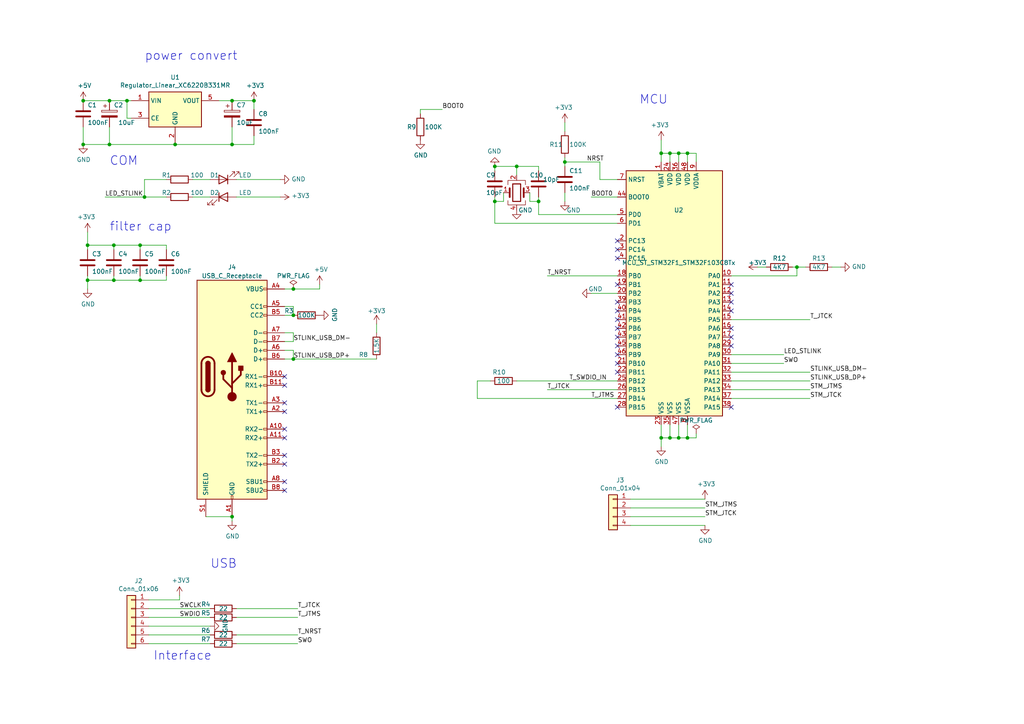
<source format=kicad_sch>
(kicad_sch (version 20230121) (generator eeschema)
  (paper "A4")
  (title_block (title "STLINK-FAKE") (date "2023-03-10") (rev "V1.0.1") (company "DIY") (comment 1 "author 1: zefengwang, email: wangzefeng9@foxmail.com") (comment 2 "author 2: duang"))
  (lib_symbols
    (symbol "Connector:USB_C_Receptacle" (pin_names (offset 1.016))
      (property "Reference" "J" (at -10.16 29.21 0))
      (property "Value" "USB_C_Receptacle" (at 10.16 29.21 0))
      (symbol "USB_C_Receptacle_0_0"
        (rectangle (start -0.254 -35.56) (end 0.254 -34.544))
        (rectangle (start 10.16 -32.766) (end 9.144 -33.274))
        (rectangle (start 10.16 -30.226) (end 9.144 -30.734))
        (rectangle (start 10.16 -25.146) (end 9.144 -25.654))
        (rectangle (start 10.16 -22.606) (end 9.144 -23.114))
        (rectangle (start 10.16 -17.526) (end 9.144 -18.034))
        (rectangle (start 10.16 -14.986) (end 9.144 -15.494))
        (rectangle (start 10.16 -9.906) (end 9.144 -10.414))
        (rectangle (start 10.16 -7.366) (end 9.144 -7.874))
        (rectangle (start 10.16 -2.286) (end 9.144 -2.794))
        (rectangle (start 10.16 0.254) (end 9.144 -0.254))
        (rectangle (start 10.16 5.334) (end 9.144 4.826))
        (rectangle (start 10.16 7.874) (end 9.144 7.366))
        (rectangle (start 10.16 10.414) (end 9.144 9.906))
        (rectangle (start 10.16 12.954) (end 9.144 12.446))
        (rectangle (start 10.16 18.034) (end 9.144 17.526))
        (rectangle (start 10.16 20.574) (end 9.144 20.066))
        (rectangle (start 10.16 25.654) (end 9.144 25.146))
      )
      (symbol "USB_C_Receptacle_0_1"
        (rectangle (start -10.16 27.94) (end 10.16 -35.56) (stroke (width 0.254)) (fill (type background)))
        (arc (start -8.89 -3.81) (mid -6.985 -5.7067) (end -5.08 -3.81) (stroke (width 0.508)))
        (arc (start -7.62 -3.81) (mid -6.985 -4.4423) (end -6.35 -3.81) (stroke (width 0.254)))
        (arc (start -7.62 -3.81) (mid -6.985 -4.4423) (end -6.35 -3.81) (stroke (width 0.254)) (fill (type outline)))
        (rectangle (start -7.62 -3.81) (end -6.35 3.81) (stroke (width 0.254)) (fill (type outline)))
        (arc (start -6.35 3.81) (mid -6.985 4.4423) (end -7.62 3.81) (stroke (width 0.254)))
        (arc (start -6.35 3.81) (mid -6.985 4.4423) (end -7.62 3.81) (stroke (width 0.254)) (fill (type outline)))
        (arc (start -5.08 3.81) (mid -6.985 5.7067) (end -8.89 3.81) (stroke (width 0.508)))
        (polyline (pts (xy -8.89 -3.81) (xy -8.89 3.81)) (stroke (width 0.508)))
        (polyline (pts (xy -5.08 3.81) (xy -5.08 -3.81)) (stroke (width 0.508)))
      )
      (symbol "USB_C_Receptacle_1_1"
        (circle (center -2.54 1.143) (radius 0.635) (stroke (width 0.254)) (fill (type outline)))
        (circle (center 0 -5.842) (radius 1.27) (fill (type outline)))
        (polyline (pts (xy 0 -5.842) (xy 0 4.318)) (stroke (width 0.508)))
        (polyline (pts (xy 0 -3.302) (xy -2.54 -0.762) (xy -2.54 0.508)) (stroke (width 0.508)))
        (polyline (pts (xy 0 -2.032) (xy 2.54 0.508) (xy 2.54 1.778)) (stroke (width 0.508)))
        (polyline (pts (xy -1.27 4.318) (xy 0 6.858) (xy 1.27 4.318) (xy -1.27 4.318)) (stroke (width 0.254)) (fill (type outline)))
        (rectangle (start 1.905 1.778) (end 3.175 3.048) (stroke (width 0.254)) (fill (type outline)))
        (pin passive line (at 0 -40.64 90) (length 5.08) (name "GND") (number "A1"))
        (pin bidirectional line (at 15.24 -15.24 180) (length 5.08) (name "RX2-") (number "A10"))
        (pin bidirectional line (at 15.24 -17.78 180) (length 5.08) (name "RX2+") (number "A11"))
        (pin passive line (at 0 -40.64 90) (length 5.08) hide (name "GND") (number "A12"))
        (pin bidirectional line (at 15.24 -10.16 180) (length 5.08) (name "TX1+") (number "A2"))
        (pin bidirectional line (at 15.24 -7.62 180) (length 5.08) (name "TX1-") (number "A3"))
        (pin passive line (at 15.24 25.4 180) (length 5.08) (name "VBUS") (number "A4"))
        (pin bidirectional line (at 15.24 20.32 180) (length 5.08) (name "CC1") (number "A5"))
        (pin bidirectional line (at 15.24 7.62 180) (length 5.08) (name "D+") (number "A6"))
        (pin bidirectional line (at 15.24 12.7 180) (length 5.08) (name "D-") (number "A7"))
        (pin bidirectional line (at 15.24 -30.48 180) (length 5.08) (name "SBU1") (number "A8"))
        (pin passive line (at 15.24 25.4 180) (length 5.08) hide (name "VBUS") (number "A9"))
        (pin passive line (at 0 -40.64 90) (length 5.08) hide (name "GND") (number "B1"))
        (pin bidirectional line (at 15.24 0 180) (length 5.08) (name "RX1-") (number "B10"))
        (pin bidirectional line (at 15.24 -2.54 180) (length 5.08) (name "RX1+") (number "B11"))
        (pin passive line (at 0 -40.64 90) (length 5.08) hide (name "GND") (number "B12"))
        (pin bidirectional line (at 15.24 -25.4 180) (length 5.08) (name "TX2+") (number "B2"))
        (pin bidirectional line (at 15.24 -22.86 180) (length 5.08) (name "TX2-") (number "B3"))
        (pin passive line (at 15.24 25.4 180) (length 5.08) hide (name "VBUS") (number "B4"))
        (pin bidirectional line (at 15.24 17.78 180) (length 5.08) (name "CC2") (number "B5"))
        (pin bidirectional line (at 15.24 5.08 180) (length 5.08) (name "D+") (number "B6"))
        (pin bidirectional line (at 15.24 10.16 180) (length 5.08) (name "D-") (number "B7"))
        (pin bidirectional line (at 15.24 -33.02 180) (length 5.08) (name "SBU2") (number "B8"))
        (pin passive line (at 15.24 25.4 180) (length 5.08) hide (name "VBUS") (number "B9"))
        (pin passive line (at -7.62 -40.64 90) (length 5.08) (name "SHIELD") (number "S1"))
      )
    )
    (symbol "Connector_Generic:Conn_01x04" (pin_names (offset 1.016) hide)
      (property "Reference" "J" (at 0 5.08 0))
      (property "Value" "Conn_01x04" (at 0 -7.62 0))
      (symbol "Conn_01x04_1_1"
        (rectangle (start -1.27 -4.953) (end 0 -5.207) (stroke (width 0.1524)))
        (rectangle (start -1.27 -2.413) (end 0 -2.667) (stroke (width 0.1524)))
        (rectangle (start -1.27 0.127) (end 0 -0.127) (stroke (width 0.1524)))
        (rectangle (start -1.27 2.667) (end 0 2.413) (stroke (width 0.1524)))
        (rectangle (start -1.27 3.81) (end 1.27 -6.35) (stroke (width 0.254)) (fill (type background)))
        (pin passive line (at -5.08 2.54 0) (length 3.81) (name "Pin_1") (number "1"))
        (pin passive line (at -5.08 0 0) (length 3.81) (name "Pin_2") (number "2"))
        (pin passive line (at -5.08 -2.54 0) (length 3.81) (name "Pin_3") (number "3"))
        (pin passive line (at -5.08 -5.08 0) (length 3.81) (name "Pin_4") (number "4"))
      )
    )
    (symbol "Connector_Generic:Conn_01x06" (pin_names (offset 1.016) hide)
      (property "Reference" "J" (at 0 7.62 0))
      (property "Value" "Conn_01x06" (at 0 -10.16 0))
      (symbol "Conn_01x06_1_1"
        (rectangle (start -1.27 -7.493) (end 0 -7.747) (stroke (width 0.1524)))
        (rectangle (start -1.27 -4.953) (end 0 -5.207) (stroke (width 0.1524)))
        (rectangle (start -1.27 -2.413) (end 0 -2.667) (stroke (width 0.1524)))
        (rectangle (start -1.27 0.127) (end 0 -0.127) (stroke (width 0.1524)))
        (rectangle (start -1.27 2.667) (end 0 2.413) (stroke (width 0.1524)))
        (rectangle (start -1.27 5.207) (end 0 4.953) (stroke (width 0.1524)))
        (rectangle (start -1.27 6.35) (end 1.27 -8.89) (stroke (width 0.254)) (fill (type background)))
        (pin passive line (at -5.08 5.08 0) (length 3.81) (name "Pin_1") (number "1"))
        (pin passive line (at -5.08 2.54 0) (length 3.81) (name "Pin_2") (number "2"))
        (pin passive line (at -5.08 0 0) (length 3.81) (name "Pin_3") (number "3"))
        (pin passive line (at -5.08 -2.54 0) (length 3.81) (name "Pin_4") (number "4"))
        (pin passive line (at -5.08 -5.08 0) (length 3.81) (name "Pin_5") (number "5"))
        (pin passive line (at -5.08 -7.62 0) (length 3.81) (name "Pin_6") (number "6"))
      )
    )
    (symbol "Device:C" (pin_numbers hide) (pin_names (offset 0.254))
      (property "Reference" "C" (at 0.635 2.54 0))
      (property "Value" "C" (at 0.635 -2.54 0))
      (symbol "C_0_1"
        (polyline (pts (xy -2.032 -0.762) (xy 2.032 -0.762)) (stroke (width 0.508)))
        (polyline (pts (xy -2.032 0.762) (xy 2.032 0.762)) (stroke (width 0.508)))
      )
      (symbol "C_1_1"
        (pin passive line (at 0 3.81 270) (length 2.794) (name "~") (number "1"))
        (pin passive line (at 0 -3.81 90) (length 2.794) (name "~") (number "2"))
      )
    )
    (symbol "Device:Crystal_GND24" (pin_names (offset 1.016) hide)
      (property "Reference" "Y" (at 3.175 5.08 0))
      (property "Value" "Crystal_GND24" (at 3.175 3.175 0))
      (symbol "Crystal_GND24_0_1"
        (rectangle (start -1.143 2.54) (end 1.143 -2.54) (stroke (width 0.3048)))
        (polyline (pts (xy -2.54 0) (xy -2.032 0)))
        (polyline (pts (xy -2.032 -1.27) (xy -2.032 1.27)) (stroke (width 0.508)))
        (polyline (pts (xy 0 -3.81) (xy 0 -3.556)))
        (polyline (pts (xy 0 3.556) (xy 0 3.81)))
        (polyline (pts (xy 2.032 -1.27) (xy 2.032 1.27)) (stroke (width 0.508)))
        (polyline (pts (xy 2.032 0) (xy 2.54 0)))
        (polyline (pts (xy -2.54 -2.286) (xy -2.54 -3.556) (xy 2.54 -3.556) (xy 2.54 -2.286)))
        (polyline (pts (xy -2.54 2.286) (xy -2.54 3.556) (xy 2.54 3.556) (xy 2.54 2.286)))
      )
      (symbol "Crystal_GND24_1_1"
        (pin passive line (at -3.81 0 0) (length 1.27) (name "1") (number "1"))
        (pin passive line (at 0 5.08 270) (length 1.27) (name "2") (number "2"))
        (pin passive line (at 3.81 0 180) (length 1.27) (name "3") (number "3"))
        (pin passive line (at 0 -5.08 90) (length 1.27) (name "4") (number "4"))
      )
    )
    (symbol "Device:LED" (pin_numbers hide) (pin_names (offset 1.016) hide)
      (property "Reference" "D" (at 0 2.54 0))
      (property "Value" "LED" (at 0 -2.54 0))
      (symbol "LED_0_1"
        (polyline (pts (xy -1.27 -1.27) (xy -1.27 1.27)) (stroke (width 0.254)))
        (polyline (pts (xy -1.27 0) (xy 1.27 0)))
        (polyline (pts (xy 1.27 -1.27) (xy 1.27 1.27) (xy -1.27 0) (xy 1.27 -1.27)) (stroke (width 0.254)))
        (polyline (pts (xy -3.048 -0.762) (xy -4.572 -2.286) (xy -3.81 -2.286) (xy -4.572 -2.286) (xy -4.572 -1.524)))
        (polyline (pts (xy -1.778 -0.762) (xy -3.302 -2.286) (xy -2.54 -2.286) (xy -3.302 -2.286) (xy -3.302 -1.524)))
      )
      (symbol "LED_1_1"
        (pin passive line (at -3.81 0 0) (length 2.54) (name "K") (number "1"))
        (pin passive line (at 3.81 0 180) (length 2.54) (name "A") (number "2"))
      )
    )
    (symbol "Device:R" (pin_numbers hide) (pin_names (offset 0))
      (property "Reference" "R" (at 2.032 0 90))
      (property "Value" "R" (at 0 0 90))
      (symbol "R_0_1"
        (rectangle (start -1.016 -2.54) (end 1.016 2.54) (stroke (width 0.254)))
      )
      (symbol "R_1_1"
        (pin passive line (at 0 3.81 270) (length 1.27) (name "~") (number "1"))
        (pin passive line (at 0 -3.81 90) (length 1.27) (name "~") (number "2"))
      )
    )
    (symbol "demo-rescue:CP-Device" (pin_numbers hide) (pin_names (offset 0.254))
      (property "Reference" "C" (at 0.635 2.54 0))
      (property "Value" "Device_CP" (at 0.635 -2.54 0))
      (symbol "CP-Device_0_1"
        (rectangle (start -2.286 0.508) (end 2.286 1.016))
        (polyline (pts (xy -1.778 2.286) (xy -0.762 2.286)))
        (polyline (pts (xy -1.27 2.794) (xy -1.27 1.778)))
        (rectangle (start 2.286 -0.508) (end -2.286 -1.016) (fill (type outline)))
      )
      (symbol "CP-Device_1_1"
        (pin passive line (at 0 3.81 270) (length 2.794) (name "~") (number "1"))
        (pin passive line (at 0 -3.81 90) (length 2.794) (name "~") (number "2"))
      )
    )
    (symbol "demo-rescue:STM32F103C8Tx-MCU_ST_STM32F1"
      (property "Reference" "U" (at -15.24 36.83 0))
      (property "Value" "MCU_ST_STM32F1_STM32F103C8Tx" (at 7.62 36.83 0))
      (symbol "STM32F103C8Tx-MCU_ST_STM32F1_0_1"
        (rectangle (start -15.24 -35.56) (end 12.7 35.56) (stroke (width 0.254)) (fill (type background)))
      )
      (symbol "STM32F103C8Tx-MCU_ST_STM32F1_1_1"
        (pin power_in line (at -5.08 38.1 270) (length 2.54) (name "VBAT") (number "1"))
        (pin bidirectional line (at 15.24 5.08 180) (length 2.54) (name "PA0") (number "10"))
        (pin bidirectional line (at 15.24 2.54 180) (length 2.54) (name "PA1") (number "11"))
        (pin bidirectional line (at 15.24 0 180) (length 2.54) (name "PA2") (number "12"))
        (pin bidirectional line (at 15.24 -2.54 180) (length 2.54) (name "PA3") (number "13"))
        (pin bidirectional line (at 15.24 -5.08 180) (length 2.54) (name "PA4") (number "14"))
        (pin bidirectional line (at 15.24 -7.62 180) (length 2.54) (name "PA5") (number "15"))
        (pin bidirectional line (at 15.24 -10.16 180) (length 2.54) (name "PA6") (number "16"))
        (pin bidirectional line (at 15.24 -12.7 180) (length 2.54) (name "PA7") (number "17"))
        (pin bidirectional line (at -17.78 5.08 0) (length 2.54) (name "PB0") (number "18"))
        (pin bidirectional line (at -17.78 2.54 0) (length 2.54) (name "PB1") (number "19"))
        (pin bidirectional line (at -17.78 15.24 0) (length 2.54) (name "PC13") (number "2"))
        (pin bidirectional line (at -17.78 0 0) (length 2.54) (name "PB2") (number "20"))
        (pin bidirectional line (at -17.78 -20.32 0) (length 2.54) (name "PB10") (number "21"))
        (pin bidirectional line (at -17.78 -22.86 0) (length 2.54) (name "PB11") (number "22"))
        (pin power_in line (at -5.08 -38.1 90) (length 2.54) (name "VSS") (number "23"))
        (pin power_in line (at -2.54 38.1 270) (length 2.54) (name "VDD") (number "24"))
        (pin bidirectional line (at -17.78 -25.4 0) (length 2.54) (name "PB12") (number "25"))
        (pin bidirectional line (at -17.78 -27.94 0) (length 2.54) (name "PB13") (number "26"))
        (pin bidirectional line (at -17.78 -30.48 0) (length 2.54) (name "PB14") (number "27"))
        (pin bidirectional line (at -17.78 -33.02 0) (length 2.54) (name "PB15") (number "28"))
        (pin bidirectional line (at 15.24 -15.24 180) (length 2.54) (name "PA8") (number "29"))
        (pin bidirectional line (at -17.78 12.7 0) (length 2.54) (name "PC14") (number "3"))
        (pin bidirectional line (at 15.24 -17.78 180) (length 2.54) (name "PA9") (number "30"))
        (pin bidirectional line (at 15.24 -20.32 180) (length 2.54) (name "PA10") (number "31"))
        (pin bidirectional line (at 15.24 -22.86 180) (length 2.54) (name "PA11") (number "32"))
        (pin bidirectional line (at 15.24 -25.4 180) (length 2.54) (name "PA12") (number "33"))
        (pin bidirectional line (at 15.24 -27.94 180) (length 2.54) (name "PA13") (number "34"))
        (pin power_in line (at -2.54 -38.1 90) (length 2.54) (name "VSS") (number "35"))
        (pin power_in line (at 0 38.1 270) (length 2.54) (name "VDD") (number "36"))
        (pin bidirectional line (at 15.24 -30.48 180) (length 2.54) (name "PA14") (number "37"))
        (pin bidirectional line (at 15.24 -33.02 180) (length 2.54) (name "PA15") (number "38"))
        (pin bidirectional line (at -17.78 -2.54 0) (length 2.54) (name "PB3") (number "39"))
        (pin bidirectional line (at -17.78 10.16 0) (length 2.54) (name "PC15") (number "4"))
        (pin bidirectional line (at -17.78 -5.08 0) (length 2.54) (name "PB4") (number "40"))
        (pin bidirectional line (at -17.78 -7.62 0) (length 2.54) (name "PB5") (number "41"))
        (pin bidirectional line (at -17.78 -10.16 0) (length 2.54) (name "PB6") (number "42"))
        (pin bidirectional line (at -17.78 -12.7 0) (length 2.54) (name "PB7") (number "43"))
        (pin input line (at -17.78 27.94 0) (length 2.54) (name "BOOT0") (number "44"))
        (pin bidirectional line (at -17.78 -15.24 0) (length 2.54) (name "PB8") (number "45"))
        (pin bidirectional line (at -17.78 -17.78 0) (length 2.54) (name "PB9") (number "46"))
        (pin power_in line (at 0 -38.1 90) (length 2.54) (name "VSS") (number "47"))
        (pin power_in line (at 2.54 38.1 270) (length 2.54) (name "VDD") (number "48"))
        (pin input line (at -17.78 22.86 0) (length 2.54) (name "PD0") (number "5"))
        (pin input line (at -17.78 20.32 0) (length 2.54) (name "PD1") (number "6"))
        (pin input line (at -17.78 33.02 0) (length 2.54) (name "NRST") (number "7"))
        (pin power_in line (at 2.54 -38.1 90) (length 2.54) (name "VSSA") (number "8"))
        (pin power_in line (at 5.08 38.1 270) (length 2.54) (name "VDDA") (number "9"))
      )
    )
    (symbol "demo-rescue:XC6220B331MR-Regulator_Linear"
      (property "Reference" "U" (at 0 8.89 0))
      (property "Value" "Regulator_Linear_XC6220B331MR" (at 0 6.35 0))
      (symbol "XC6220B331MR-Regulator_Linear_0_1"
        (rectangle (start -7.62 5.08) (end 7.62 -5.08) (stroke (width 0.254)) (fill (type background)))
      )
      (symbol "XC6220B331MR-Regulator_Linear_1_1"
        (pin power_in line (at -12.7 2.54 0) (length 5.08) (name "VIN") (number "1"))
        (pin power_in line (at 0 -10.16 90) (length 5.08) (name "GND") (number "2"))
        (pin input line (at -12.7 -2.54 0) (length 5.08) (name "CE") (number "3"))
        (pin no_connect line (at 12.7 -2.54 180) (length 5.08) hide (name "NC") (number "4"))
        (pin power_out line (at 12.7 2.54 180) (length 5.08) (name "VOUT") (number "5"))
      )
    )
    (symbol "power:+3V3" (power) (pin_names (offset 0))
      (property "Value" "+3V3" (at 0 3.556 0))
      (symbol "+3V3_0_1"
        (polyline (pts (xy -0.762 1.27) (xy 0 2.54)))
        (polyline (pts (xy 0 0) (xy 0 2.54)))
        (polyline (pts (xy 0 2.54) (xy 0.762 1.27)))
      )
      (symbol "+3V3_1_1"
        (pin power_in line (at 0 0 90) (length 0) hide (name "+3V3") (number "1"))
      )
    )
    (symbol "power:+5V" (power) (pin_names (offset 0))
      (property "Value" "+5V" (at 0 3.556 0))
      (symbol "+5V_0_1"
        (polyline (pts (xy -0.762 1.27) (xy 0 2.54)))
        (polyline (pts (xy 0 0) (xy 0 2.54)))
        (polyline (pts (xy 0 2.54) (xy 0.762 1.27)))
      )
      (symbol "+5V_1_1"
        (pin power_in line (at 0 0 90) (length 0) hide (name "+5V") (number "1"))
      )
    )
    (symbol "power:GND" (power) (pin_names (offset 0))
      (property "Value" "GND" (at 0 -3.81 0))
      (symbol "GND_0_1"
        (polyline (pts (xy 0 0) (xy 0 -1.27) (xy 1.27 -1.27) (xy 0 -2.54) (xy -1.27 -1.27) (xy 0 -1.27)))
      )
      (symbol "GND_1_1"
        (pin power_in line (at 0 0 270) (length 0) hide (name "GND") (number "1"))
      )
    )
    (symbol "power:PWR_FLAG" (power) (pin_numbers hide) (pin_names (offset 0) hide)
      (property "Value" "PWR_FLAG" (at 0 3.81 0))
      (symbol "PWR_FLAG_0_0"
        (pin power_out line (at 0 0 90) (length 0) (name "pwr") (number "1"))
      )
      (symbol "PWR_FLAG_0_1"
        (polyline (pts (xy 0 0) (xy 0 1.27) (xy -1.016 1.905) (xy 0 2.54) (xy 1.016 1.905) (xy 0 1.27)))
      )
    )
  )
  (junction (at 31.75 41.91))
  (junction (at 24.13 41.91))
  (junction (at 33.02 71.12))
  (junction (at 156.21 58.42))
  (junction (at 143.51 58.42))
  (junction (at 50.8 41.91))
  (junction (at 199.39 44.45))
  (junction (at 85.09 104.14))
  (junction (at 85.09 91.44))
  (junction (at 149.86 48.26))
  (junction (at 40.64 81.28))
  (junction (at 67.31 29.21))
  (junction (at 67.31 149.86))
  (junction (at 191.77 127))
  (junction (at 40.64 71.12))
  (junction (at 25.4 81.28))
  (junction (at 24.13 29.21))
  (junction (at 194.31 127))
  (junction (at 143.51 48.26))
  (junction (at 231.14 77.47))
  (junction (at 31.75 29.21))
  (junction (at 41.91 57.15))
  (junction (at 67.31 41.91))
  (junction (at 199.39 127))
  (junction (at 163.83 46.99))
  (junction (at 33.02 81.28))
  (junction (at 85.09 83.82))
  (junction (at 196.85 127))
  (junction (at 73.66 29.21))
  (junction (at 25.4 71.12))
  (junction (at 196.85 44.45))
  (junction (at 36.83 29.21))
  (junction (at 191.77 44.45))
  (junction (at 194.31 44.45))
  (no_connect (at 179.07 100.33))
  (no_connect (at 179.07 82.55))
  (no_connect (at 179.07 107.95))
  (no_connect (at 82.55 116.84))
  (no_connect (at 179.07 72.39))
  (no_connect (at 82.55 109.22))
  (no_connect (at 179.07 87.63))
  (no_connect (at 179.07 74.93))
  (no_connect (at 212.09 90.17))
  (no_connect (at 82.55 111.76))
  (no_connect (at 212.09 95.25))
  (no_connect (at 179.07 95.25))
  (no_connect (at 82.55 124.46))
  (no_connect (at 82.55 132.08))
  (no_connect (at 212.09 85.09))
  (no_connect (at 179.07 118.11))
  (no_connect (at 179.07 90.17))
  (no_connect (at 212.09 82.55))
  (no_connect (at 212.09 87.63))
  (no_connect (at 82.55 139.7))
  (no_connect (at 82.55 134.62))
  (no_connect (at 82.55 142.24))
  (no_connect (at 179.07 92.71))
  (no_connect (at 212.09 118.11))
  (no_connect (at 212.09 97.79))
  (no_connect (at 179.07 105.41))
  (no_connect (at 82.55 119.38))
  (no_connect (at 179.07 97.79))
  (no_connect (at 82.55 127))
  (no_connect (at 212.09 100.33))
  (no_connect (at 179.07 102.87))
  (no_connect (at 179.07 69.85))
  (wire (pts (xy 43.18 176.53) (xy 60.96 176.53)))
  (wire (pts (xy 179.07 80.01) (xy 158.75 80.01)))
  (wire (pts (xy 212.09 105.41) (xy 227.33 105.41)))
  (wire (pts (xy 40.64 72.39) (xy 40.64 71.12)))
  (wire (pts (xy 36.83 34.29) (xy 36.83 29.21)))
  (wire (pts (xy 41.91 57.15) (xy 30.48 57.15)))
  (wire (pts (xy 163.83 55.88) (xy 163.83 58.42)))
  (wire (pts (xy 179.07 62.23) (xy 156.21 62.23)))
  (wire (pts (xy 163.83 38.1) (xy 163.83 35.56)))
  (wire (pts (xy 191.77 127) (xy 194.31 127)))
  (wire (pts (xy 31.75 41.91) (xy 50.8 41.91)))
  (wire (pts (xy 146.05 55.88) (xy 146.05 58.42)))
  (wire (pts (xy 149.86 110.49) (xy 179.07 110.49)))
  (wire (pts (xy 86.36 176.53) (xy 68.58 176.53)))
  (wire (pts (xy 156.21 49.53) (xy 156.21 48.26)))
  (wire (pts (xy 68.58 57.15) (xy 81.28 57.15)))
  (wire (pts (xy 67.31 149.86) (xy 67.31 151.13)))
  (wire (pts (xy 196.85 46.99) (xy 196.85 44.45)))
  (wire (pts (xy 48.26 81.28) (xy 48.26 80.01)))
  (wire (pts (xy 138.43 115.57) (xy 138.43 110.49)))
  (wire (pts (xy 191.77 46.99) (xy 191.77 44.45)))
  (wire (pts (xy 182.88 149.86) (xy 204.47 149.86)))
  (wire (pts (xy 199.39 127) (xy 199.39 123.19)))
  (wire (pts (xy 146.05 58.42) (xy 143.51 58.42)))
  (wire (pts (xy 33.02 71.12) (xy 25.4 71.12)))
  (wire (pts (xy 25.4 80.01) (xy 25.4 81.28)))
  (wire (pts (xy 173.99 46.99) (xy 163.83 46.99)))
  (wire (pts (xy 241.3 77.47) (xy 243.84 77.47)))
  (wire (pts (xy 182.88 147.32) (xy 204.47 147.32)))
  (wire (pts (xy 43.18 181.61) (xy 60.96 181.61)))
  (wire (pts (xy 199.39 46.99) (xy 199.39 44.45)))
  (wire (pts (xy 201.93 44.45) (xy 201.93 46.99)))
  (wire (pts (xy 55.88 57.15) (xy 60.96 57.15)))
  (wire (pts (xy 68.58 179.07) (xy 86.36 179.07)))
  (wire (pts (xy 121.92 31.75) (xy 128.27 31.75)))
  (wire (pts (xy 25.4 81.28) (xy 33.02 81.28)))
  (wire (pts (xy 201.93 125.73) (xy 201.93 127)))
  (wire (pts (xy 163.83 45.72) (xy 163.83 46.99)))
  (wire (pts (xy 92.71 83.82) (xy 92.71 82.55)))
  (wire (pts (xy 86.36 186.69) (xy 68.58 186.69)))
  (wire (pts (xy 149.86 48.26) (xy 149.86 50.8)))
  (wire (pts (xy 52.07 172.72) (xy 52.07 173.99)))
  (wire (pts (xy 67.31 36.83) (xy 67.31 41.91)))
  (wire (pts (xy 43.18 184.15) (xy 60.96 184.15)))
  (wire (pts (xy 38.1 34.29) (xy 36.83 34.29)))
  (wire (pts (xy 212.09 107.95) (xy 234.95 107.95)))
  (wire (pts (xy 82.55 83.82) (xy 85.09 83.82)))
  (wire (pts (xy 82.55 101.6) (xy 85.09 101.6)))
  (wire (pts (xy 40.64 80.01) (xy 40.64 81.28)))
  (wire (pts (xy 43.18 179.07) (xy 60.96 179.07)))
  (wire (pts (xy 40.64 71.12) (xy 48.26 71.12)))
  (wire (pts (xy 25.4 81.28) (xy 25.4 83.82)))
  (wire (pts (xy 194.31 46.99) (xy 194.31 44.45)))
  (wire (pts (xy 73.66 41.91) (xy 67.31 41.91)))
  (wire (pts (xy 156.21 57.15) (xy 156.21 58.42)))
  (wire (pts (xy 222.25 77.47) (xy 219.71 77.47)))
  (wire (pts (xy 25.4 71.12) (xy 25.4 72.39)))
  (wire (pts (xy 156.21 48.26) (xy 149.86 48.26)))
  (wire (pts (xy 143.51 57.15) (xy 143.51 58.42)))
  (wire (pts (xy 173.99 52.07) (xy 173.99 46.99)))
  (wire (pts (xy 25.4 67.31) (xy 25.4 71.12)))
  (wire (pts (xy 67.31 29.21) (xy 73.66 29.21)))
  (wire (pts (xy 179.07 64.77) (xy 143.51 64.77)))
  (wire (pts (xy 109.22 93.98) (xy 109.22 96.52)))
  (wire (pts (xy 31.75 29.21) (xy 36.83 29.21)))
  (wire (pts (xy 63.5 29.21) (xy 67.31 29.21)))
  (wire (pts (xy 191.77 44.45) (xy 191.77 40.64)))
  (wire (pts (xy 73.66 31.75) (xy 73.66 29.21)))
  (wire (pts (xy 194.31 44.45) (xy 196.85 44.45)))
  (wire (pts (xy 52.07 173.99) (xy 43.18 173.99)))
  (wire (pts (xy 182.88 144.78) (xy 204.47 144.78)))
  (wire (pts (xy 36.83 29.21) (xy 38.1 29.21)))
  (wire (pts (xy 179.07 85.09) (xy 171.45 85.09)))
  (wire (pts (xy 179.07 52.07) (xy 173.99 52.07)))
  (wire (pts (xy 33.02 71.12) (xy 40.64 71.12)))
  (wire (pts (xy 179.07 115.57) (xy 138.43 115.57)))
  (wire (pts (xy 40.64 81.28) (xy 48.26 81.28)))
  (wire (pts (xy 33.02 81.28) (xy 40.64 81.28)))
  (wire (pts (xy 212.09 80.01) (xy 231.14 80.01)))
  (wire (pts (xy 31.75 36.83) (xy 31.75 41.91)))
  (wire (pts (xy 85.09 88.9) (xy 85.09 91.44)))
  (wire (pts (xy 194.31 127) (xy 196.85 127)))
  (wire (pts (xy 153.67 55.88) (xy 153.67 58.42)))
  (wire (pts (xy 85.09 91.44) (xy 82.55 91.44)))
  (wire (pts (xy 153.67 58.42) (xy 156.21 58.42)))
  (wire (pts (xy 156.21 58.42) (xy 156.21 62.23)))
  (wire (pts (xy 199.39 127) (xy 201.93 127)))
  (wire (pts (xy 41.91 52.07) (xy 41.91 57.15)))
  (wire (pts (xy 196.85 44.45) (xy 199.39 44.45)))
  (wire (pts (xy 85.09 96.52) (xy 85.09 99.06)))
  (wire (pts (xy 212.09 110.49) (xy 234.95 110.49)))
  (wire (pts (xy 59.69 149.86) (xy 67.31 149.86)))
  (wire (pts (xy 191.77 44.45) (xy 194.31 44.45)))
  (wire (pts (xy 179.07 57.15) (xy 171.45 57.15)))
  (wire (pts (xy 68.58 184.15) (xy 86.36 184.15)))
  (wire (pts (xy 68.58 52.07) (xy 81.28 52.07)))
  (wire (pts (xy 33.02 72.39) (xy 33.02 71.12)))
  (wire (pts (xy 48.26 52.07) (xy 41.91 52.07)))
  (wire (pts (xy 231.14 80.01) (xy 231.14 77.47)))
  (wire (pts (xy 229.87 77.47) (xy 231.14 77.47)))
  (wire (pts (xy 138.43 110.49) (xy 142.24 110.49)))
  (wire (pts (xy 85.09 99.06) (xy 82.55 99.06)))
  (wire (pts (xy 191.77 123.19) (xy 191.77 127)))
  (wire (pts (xy 43.18 186.69) (xy 60.96 186.69)))
  (wire (pts (xy 199.39 44.45) (xy 201.93 44.45)))
  (wire (pts (xy 33.02 80.01) (xy 33.02 81.28)))
  (wire (pts (xy 212.09 92.71) (xy 234.95 92.71)))
  (wire (pts (xy 231.14 77.47) (xy 233.68 77.47)))
  (wire (pts (xy 82.55 88.9) (xy 85.09 88.9)))
  (wire (pts (xy 212.09 102.87) (xy 227.33 102.87)))
  (wire (pts (xy 143.51 48.26) (xy 143.51 49.53)))
  (wire (pts (xy 73.66 39.37) (xy 73.66 41.91)))
  (wire (pts (xy 48.26 72.39) (xy 48.26 71.12)))
  (wire (pts (xy 143.51 58.42) (xy 143.51 64.77)))
  (wire (pts (xy 196.85 127) (xy 199.39 127)))
  (wire (pts (xy 24.13 29.21) (xy 31.75 29.21)))
  (wire (pts (xy 85.09 83.82) (xy 92.71 83.82)))
  (wire (pts (xy 85.09 101.6) (xy 85.09 104.14)))
  (wire (pts (xy 212.09 115.57) (xy 234.95 115.57)))
  (wire (pts (xy 41.91 57.15) (xy 48.26 57.15)))
  (wire (pts (xy 212.09 113.03) (xy 234.95 113.03)))
  (wire (pts (xy 196.85 123.19) (xy 196.85 127)))
  (wire (pts (xy 55.88 52.07) (xy 60.96 52.07)))
  (wire (pts (xy 85.09 104.14) (xy 82.55 104.14)))
  (wire (pts (xy 194.31 123.19) (xy 194.31 127)))
  (wire (pts (xy 85.09 104.14) (xy 109.22 104.14)))
  (wire (pts (xy 149.86 48.26) (xy 143.51 48.26)))
  (wire (pts (xy 163.83 46.99) (xy 163.83 48.26)))
  (wire (pts (xy 24.13 41.91) (xy 31.75 41.91)))
  (wire (pts (xy 121.92 33.02) (xy 121.92 31.75)))
  (wire (pts (xy 182.88 152.4) (xy 204.47 152.4)))
  (wire (pts (xy 82.55 96.52) (xy 85.09 96.52)))
  (wire (pts (xy 179.07 113.03) (xy 158.75 113.03)))
  (wire (pts (xy 24.13 36.83) (xy 24.13 41.91)))
  (wire (pts (xy 191.77 127) (xy 191.77 129.54)))
  (wire (pts (xy 50.8 41.91) (xy 67.31 41.91)))
  (text "MCU" (at 185.42 30.48 0) (effects (font (size 2.54 2.54)) (justify left bottom)))
  (text "Interface" (at 44.45 191.77 0) (effects (font (size 2.54 2.54)) (justify left bottom)))
  (text "USB" (at 60.96 165.1 0) (effects (font (size 2.54 2.54)) (justify left bottom)))
  (text "filter cap\n" (at 31.75 67.31 0) (effects (font (size 2.54 2.54)) (justify left bottom)))
  (text "power convert" (at 41.91 17.78 0) (effects (font (size 2.54 2.54)) (justify left bottom)))
  (text "COM\n" (at 31.75 48.26 0) (effects (font (size 2.54 2.54)) (justify left bottom)))
  (label "T_JTMS" (at 86.36 179.07 0))
  (label "T_NRST" (at 86.36 184.15 0))
  (label "T_JTCK" (at 234.95 92.71 0))
  (label "STLINK_USB_DM-" (at 85.09 99.06 0))
  (label "SWDIO" (at 52.07 179.07 0))
  (label "BOOT0" (at 171.45 57.15 0))
  (label "STM_JTMS" (at 234.95 113.03 0))
  (label "STM_JTCK" (at 234.95 115.57 0))
  (label "NRST" (at 170.18 46.99 0))
  (label "STM_JTMS" (at 204.47 147.32 0))
  (label "T_JTCK" (at 86.36 176.53 0))
  (label "STLINK_USB_DM-" (at 234.95 107.95 0))
  (label "T_NRST" (at 158.75 80.01 0))
  (label "SWO" (at 86.36 186.69 0))
  (label "SWO" (at 227.33 105.41 0))
  (label "STLINK_USB_DP+" (at 234.95 110.49 0))
  (label "STM_JTCK" (at 204.47 149.86 0))
  (label "LED_STLINK" (at 227.33 102.87 0))
  (label "STLINK_USB_DP+" (at 85.09 104.14 0))
  (label "LED_STLINK" (at 30.48 57.15 0))
  (label "T_JTMS" (at 171.45 115.57 0))
  (label "T_JTCK" (at 158.75 113.03 0))
  (label "T_SWDIO_IN" (at 165.1 110.49 0))
  (label "BOOT0" (at 128.27 31.75 0))
  (label "SWCLK" (at 52.07 176.53 0))
  (symbol (lib_id "demo-rescue:STM32F103C8Tx-MCU_ST_STM32F1") (at 196.85 85.09 0) (unit 1)
    (property "Reference" "U2" (at 196.85 60.96 0))
    (property "Value" "MCU_ST_STM32F1_STM32F103C8Tx" (at 196.85 76.2 0))
    (property "Footprint" "Package_QFP:LQFP-48_7x7mm_P0.5mm" (effects hide))
    (property "Datasheet" "http://www.st.com/st-web-ui/static/active/en/resource/technical/document/datasheet/CD00161566.pdf" (effects hide))
  )
  (symbol (lib_id "Device:LED") (at 64.77 52.07 180) (unit 1)
    (property "Reference" "D1" (at 62.23 50.8 0))
    (property "Value" "LED" (at 71.12 50.8 0))
    (property "Footprint" "LED_SMD:LED_0402_1005Metric" (effects hide))
  )
  (symbol (lib_id "Device:LED") (at 64.77 57.15 0) (unit 1)
    (property "Reference" "D2" (at 62.23 55.88 0))
    (property "Value" "LED" (at 71.12 55.88 0))
    (property "Footprint" "LED_SMD:LED_0402_1005Metric" (effects hide))
  )
  (symbol (lib_id "power:+3V3") (at 81.28 57.15 270) (mirror x) (unit 1)
    (property "Reference" "#PWR012" (effects hide))
    (property "Value" "+3V3" (at 84.5312 56.769 90) (effects (justify left)))
  )
  (symbol (lib_id "power:GND") (at 81.28 52.07 90) (unit 1)
    (property "Reference" "#PWR011" (effects hide))
    (property "Value" "GND" (at 84.5312 51.943 90) (effects (justify right)))
  )
  (symbol (lib_id "Device:R") (at 52.07 52.07 270) (unit 1)
    (property "Reference" "R1" (at 48.26 50.8 90))
    (property "Value" "100" (at 57.15 50.8 90))
    (property "Footprint" "Resistor_SMD:R_0402_1005Metric" (effects hide))
  )
  (symbol (lib_id "power:GND") (at 171.45 85.09 270) (unit 1)
    (property "Reference" "#PWR018" (effects hide))
    (property "Value" "GND" (at 172.72 83.82 90))
  )
  (symbol (lib_id "Device:R") (at 52.07 57.15 270) (unit 1)
    (property "Reference" "R2" (at 48.26 55.88 90))
    (property "Value" "100" (at 57.15 55.88 90))
    (property "Footprint" "Resistor_SMD:R_0402_1005Metric" (effects hide))
  )
  (symbol (lib_id "Device:C") (at 25.4 76.2 0) (unit 1)
    (property "Reference" "C3" (at 26.67 73.66 0) (effects (justify left)))
    (property "Value" "100nF" (at 26.67 78.74 0) (effects (justify left)))
    (property "Footprint" "Capacitor_SMD:C_0402_1005Metric" (effects hide))
  )
  (symbol (lib_id "Device:C") (at 33.02 76.2 0) (unit 1)
    (property "Reference" "C4" (at 34.29 73.66 0) (effects (justify left)))
    (property "Value" "100nF" (at 34.29 78.74 0) (effects (justify left)))
    (property "Footprint" "Capacitor_SMD:C_0402_1005Metric" (effects hide))
  )
  (symbol (lib_id "Device:C") (at 40.64 76.2 0) (unit 1)
    (property "Reference" "C5" (at 41.91 73.66 0) (effects (justify left)))
    (property "Value" "100nF" (at 41.91 78.74 0) (effects (justify left)))
    (property "Footprint" "Capacitor_SMD:C_0402_1005Metric" (effects hide))
  )
  (symbol (lib_id "Device:C") (at 48.26 76.2 0) (unit 1)
    (property "Reference" "C6" (at 49.53 73.66 0) (effects (justify left)))
    (property "Value" "100nF" (at 49.53 78.74 0) (effects (justify left)))
    (property "Footprint" "Capacitor_SMD:C_0402_1005Metric" (effects hide))
  )
  (symbol (lib_id "power:+3V3") (at 25.4 67.31 0) (mirror y) (unit 1)
    (property "Reference" "#PWR04" (effects hide))
    (property "Value" "+3V3" (at 25.019 62.9158 0))
  )
  (symbol (lib_id "power:GND") (at 25.4 83.82 0) (unit 1)
    (property "Reference" "#PWR05" (effects hide))
    (property "Value" "GND" (at 25.527 88.2142 0))
  )
  (symbol (lib_id "power:+3V3") (at 191.77 40.64 0) (mirror y) (unit 1)
    (property "Reference" "#PWR019" (effects hide))
    (property "Value" "+3V3" (at 191.389 36.2458 0))
  )
  (symbol (lib_id "power:GND") (at 191.77 129.54 0) (unit 1)
    (property "Reference" "#PWR020" (effects hide))
    (property "Value" "GND" (at 191.897 133.9342 0))
  )
  (symbol (lib_id "Device:C") (at 143.51 53.34 0) (unit 1)
    (property "Reference" "C9" (at 140.97 50.8 0) (effects (justify left)))
    (property "Value" "10pF" (at 140.97 55.88 0) (effects (justify left)))
    (property "Footprint" "Capacitor_SMD:C_0402_1005Metric" (effects hide))
  )
  (symbol (lib_id "Device:C") (at 156.21 53.34 0) (unit 1)
    (property "Reference" "C10" (at 153.67 50.8 0) (effects (justify left)))
    (property "Value" "10pF" (at 157.48 52.07 0) (effects (justify left)))
    (property "Footprint" "Capacitor_SMD:C_0402_1005Metric" (effects hide))
  )
  (symbol (lib_id "power:GND") (at 143.51 48.26 180) (unit 1)
    (property "Reference" "#PWR015" (effects hide))
    (property "Value" "GND" (at 143.383 43.8658 0))
  )
  (symbol (lib_id "Device:R") (at 163.83 41.91 0) (unit 1)
    (property "Reference" "R11" (at 161.29 41.91 0))
    (property "Value" "100K" (at 167.64 41.91 0))
    (property "Footprint" "Resistor_SMD:R_0402_1005Metric" (effects hide))
  )
  (symbol (lib_id "Device:C") (at 163.83 52.07 0) (unit 1)
    (property "Reference" "C11" (at 165.1 49.53 0) (effects (justify left)))
    (property "Value" "100nF" (at 165.1 54.61 0) (effects (justify left)))
    (property "Footprint" "Capacitor_SMD:C_0402_1005Metric" (effects hide))
  )
  (symbol (lib_id "power:+3V3") (at 163.83 35.56 0) (mirror y) (unit 1)
    (property "Reference" "#PWR016" (effects hide))
    (property "Value" "+3V3" (at 163.449 31.1658 0))
  )
  (symbol (lib_id "power:GND") (at 163.83 58.42 0) (unit 1)
    (property "Reference" "#PWR017" (effects hide))
    (property "Value" "GND" (at 166.37 60.96 0))
  )
  (symbol (lib_id "Device:R") (at 121.92 36.83 0) (unit 1)
    (property "Reference" "R9" (at 119.38 36.83 0))
    (property "Value" "100K" (at 125.73 36.83 0))
    (property "Footprint" "Resistor_SMD:R_0402_1005Metric" (effects hide))
  )
  (symbol (lib_id "power:GND") (at 121.92 40.64 0) (unit 1)
    (property "Reference" "#PWR014" (effects hide))
    (property "Value" "GND" (at 122.047 45.0342 0))
  )
  (symbol (lib_id "Device:R") (at 226.06 77.47 270) (unit 1)
    (property "Reference" "R12" (at 226.06 74.93 90))
    (property "Value" "4K7" (at 226.06 77.47 90))
    (property "Footprint" "Resistor_SMD:R_0402_1005Metric" (effects hide))
  )
  (symbol (lib_id "Device:R") (at 237.49 77.47 270) (unit 1)
    (property "Reference" "R13" (at 237.49 74.93 90))
    (property "Value" "4K7" (at 237.49 77.47 90))
    (property "Footprint" "Resistor_SMD:R_0402_1005Metric" (effects hide))
  )
  (symbol (lib_id "power:GND") (at 243.84 77.47 90) (unit 1)
    (property "Reference" "#PWR024" (effects hide))
    (property "Value" "GND" (at 247.0912 77.343 90) (effects (justify right)))
  )
  (symbol (lib_id "power:+3V3") (at 219.71 77.47 90) (mirror x) (unit 1)
    (property "Reference" "#PWR023" (effects hide))
    (property "Value" "+3V3" (at 219.71 76.2 90))
  )
  (symbol (lib_id "power:+3V3") (at 52.07 172.72 0) (unit 1)
    (property "Reference" "#PWR06" (effects hide))
    (property "Value" "+3V3" (at 52.451 168.3258 0))
  )
  (symbol (lib_id "power:GND") (at 60.96 181.61 90) (unit 1)
    (property "Reference" "#PWR09" (effects hide))
    (property "Value" "GND" (at 65.3542 181.483 0))
  )
  (symbol (lib_id "demo-rescue:XC6220B331MR-Regulator_Linear") (at 50.8 31.75 0) (unit 1)
    (property "Reference" "U1" (at 50.8 22.4282 0))
    (property "Value" "Regulator_Linear_XC6220B331MR" (at 50.8 24.7396 0))
    (property "Footprint" "Package_TO_SOT_SMD:SOT-23-5" (effects hide))
    (property "Datasheet" "https://www.torexsemi.com/file/xc6220/XC6220.pdf" (effects hide))
  )
  (symbol (lib_id "demo-rescue:CP-Device") (at 31.75 33.02 0) (unit 1)
    (property "Reference" "C2" (at 33.02 30.48 0) (effects (justify left)))
    (property "Value" "10uF" (at 34.29 35.56 0) (effects (justify left)))
    (property "Footprint" "Capacitor_SMD:C_0603_1608Metric" (effects hide))
  )
  (symbol (lib_id "demo-rescue:CP-Device") (at 67.31 33.02 0) (unit 1)
    (property "Reference" "C7" (at 68.58 30.48 0) (effects (justify left)))
    (property "Value" "10uF" (at 68.58 35.56 0) (effects (justify left)))
    (property "Footprint" "Capacitor_SMD:C_0603_1608Metric" (effects hide))
  )
  (symbol (lib_id "Device:C") (at 24.13 33.02 0) (unit 1)
    (property "Reference" "C1" (at 25.4 30.48 0) (effects (justify left)))
    (property "Value" "100nF" (at 25.4 35.56 0) (effects (justify left)))
    (property "Footprint" "Capacitor_SMD:C_0402_1005Metric" (effects hide))
  )
  (symbol (lib_id "Device:C") (at 73.66 35.56 0) (unit 1)
    (property "Reference" "C8" (at 74.93 33.02 0) (effects (justify left)))
    (property "Value" "100nF" (at 74.93 38.1 0) (effects (justify left)))
    (property "Footprint" "Capacitor_SMD:C_0402_1005Metric" (effects hide))
  )
  (symbol (lib_id "Device:R") (at 146.05 110.49 270) (unit 1)
    (property "Reference" "R10" (at 144.78 107.95 90))
    (property "Value" "100" (at 146.05 110.49 90))
    (property "Footprint" "Resistor_SMD:R_0402_1005Metric" (effects hide))
  )
  (symbol (lib_id "power:GND") (at 24.13 41.91 0) (unit 1)
    (property "Reference" "#PWR02" (effects hide))
    (property "Value" "GND" (at 24.257 46.3042 0))
  )
  (symbol (lib_id "power:+5V") (at 24.13 29.21 0) (unit 1)
    (property "Reference" "#PWR01" (effects hide))
    (property "Value" "+5V" (at 24.511 24.8158 0))
  )
  (symbol (lib_id "power:+3V3") (at 73.66 29.21 0) (unit 1)
    (property "Reference" "#PWR010" (effects hide))
    (property "Value" "+3V3" (at 74.041 24.8158 0))
  )
  (symbol (lib_id "power:+3V3") (at 204.47 144.78 0) (unit 1)
    (property "Reference" "#PWR021" (effects hide))
    (property "Value" "+3V3" (at 204.851 140.3858 0))
  )
  (symbol (lib_id "power:GND") (at 204.47 152.4 0) (unit 1)
    (property "Reference" "#PWR022" (effects hide))
    (property "Value" "GND" (at 204.597 156.7942 0))
  )
  (symbol (lib_id "Device:R") (at 64.77 179.07 270) (unit 1)
    (property "Reference" "R5" (at 59.69 177.8 90))
    (property "Value" "22" (at 64.77 179.07 90))
    (property "Footprint" "Resistor_SMD:R_0402_1005Metric" (effects hide))
  )
  (symbol (lib_id "Device:R") (at 64.77 176.53 270) (unit 1)
    (property "Reference" "R4" (at 59.69 175.26 90))
    (property "Value" "22" (at 64.77 176.53 90))
    (property "Footprint" "Resistor_SMD:R_0402_1005Metric" (effects hide))
  )
  (symbol (lib_id "Device:R") (at 64.77 184.15 270) (unit 1)
    (property "Reference" "R6" (at 59.69 182.88 90))
    (property "Value" "22" (at 64.77 184.15 90))
    (property "Footprint" "Resistor_SMD:R_0402_1005Metric" (effects hide))
  )
  (symbol (lib_id "Device:R") (at 64.77 186.69 270) (unit 1)
    (property "Reference" "R7" (at 59.69 185.42 90))
    (property "Value" "22" (at 64.77 186.69 90))
    (property "Footprint" "Resistor_SMD:R_0402_1005Metric" (effects hide))
  )
  (symbol (lib_id "Connector_Generic:Conn_01x06") (at 38.1 179.07 0) (mirror y) (unit 1)
    (property "Reference" "J2" (at 40.1828 168.4782 0))
    (property "Value" "Conn_01x06" (at 40.1828 170.7896 0))
    (property "Footprint" "Connector_PinHeader_1.27mm:PinHeader_1x06_P1.27mm_Horizontal" (effects hide))
  )
  (symbol (lib_id "Connector_Generic:Conn_01x04") (at 177.8 147.32 0) (mirror y) (unit 1)
    (property "Reference" "J3" (at 179.8828 139.2682 0))
    (property "Value" "Conn_01x04" (at 179.8828 141.5796 0))
    (property "Footprint" "Connector_PinHeader_1.27mm:PinHeader_1x04_P1.27mm_Vertical" (effects hide))
  )
  (symbol (lib_id "power:+3V3") (at 109.22 93.98 0) (unit 1)
    (property "Reference" "#PWR013" (effects hide))
    (property "Value" "+3V3" (at 109.22 90.17 0))
  )
  (symbol (lib_id "Device:Crystal_GND24") (at 149.86 55.88 0) (unit 1)
    (property "Reference" "Y2" (effects hide))
    (property "Value" "8M" (effects hide))
    (property "Footprint" "Crystal:Crystal_SMD_3225-4Pin_3.2x2.5mm" (effects hide))
  )
  (symbol (lib_id "power:GND") (at 149.86 60.96 0) (unit 1)
    (property "Reference" "#PWR025" (effects hide))
    (property "Value" "GND" (at 152.4 60.96 0))
  )
  (symbol (lib_id "power:PWR_FLAG") (at 85.09 83.82 0) (unit 1)
    (property "Reference" "#FLG01" (effects hide))
    (property "Value" "PWR_FLAG" (at 85.09 80.01 0))
  )
  (symbol (lib_id "Device:R") (at 88.9 91.44 270) (unit 1)
    (property "Reference" "R3" (at 83.82 90.17 90))
    (property "Value" "100K" (at 88.9 91.44 90))
    (property "Footprint" "Resistor_SMD:R_0402_1005Metric" (effects hide))
  )
  (symbol (lib_id "power:GND") (at 67.31 151.13 0) (unit 1)
    (property "Reference" "#PWR03" (effects hide))
    (property "Value" "GND" (at 67.437 155.5242 0))
  )
  (symbol (lib_id "power:GND") (at 92.71 91.44 90) (unit 1)
    (property "Reference" "#PWR08" (effects hide))
    (property "Value" "GND" (at 97.1042 91.313 0))
  )
  (symbol (lib_id "Connector:USB_C_Receptacle") (at 67.31 109.22 0) (unit 1)
    (property "Reference" "J4" (at 67.31 77.47 0))
    (property "Value" "USB_C_Receptacle" (at 67.31 80.01 0))
    (property "Footprint" "selfdefined_library:USB_C_Receptacle_24Pin_Hole_SMD" (effects hide))
    (property "Datasheet" "https://www.usb.org/sites/default/files/documents/usb_type-c.zip" (effects hide))
  )
  (symbol (lib_id "power:+5V") (at 92.71 82.55 0) (unit 1)
    (property "Reference" "#PWR07" (effects hide))
    (property "Value" "+5V" (at 93.091 78.1558 0))
  )
  (symbol (lib_id "power:PWR_FLAG") (at 201.93 125.73 0) (unit 1)
    (property "Reference" "#FLG02" (effects hide))
    (property "Value" "PWR_FLAG" (at 201.93 121.92 0))
  )
  (symbol (lib_id "Device:R") (at 109.22 100.33 0) (unit 1)
    (property "Reference" "R8" (at 105.41 102.87 0))
    (property "Value" "1.5K" (at 109.22 100.33 90))
    (property "Footprint" "Resistor_SMD:R_0402_1005Metric" (effects hide))
  )
)
</source>
